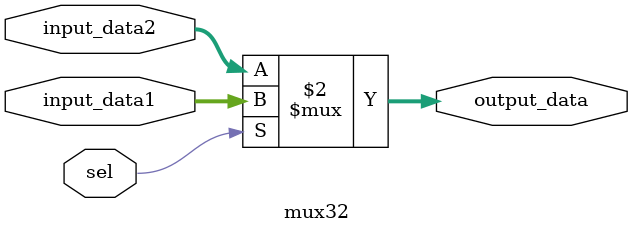
<source format=v>
module mux32(
    input   [31: 0] input_data1,
    input   [31: 0] input_data2,
    input           sel,
    
    output   [31: 0] output_data
);
    
    assign output_data = (sel == 1)? input_data1 : input_data2;

endmodule

</source>
